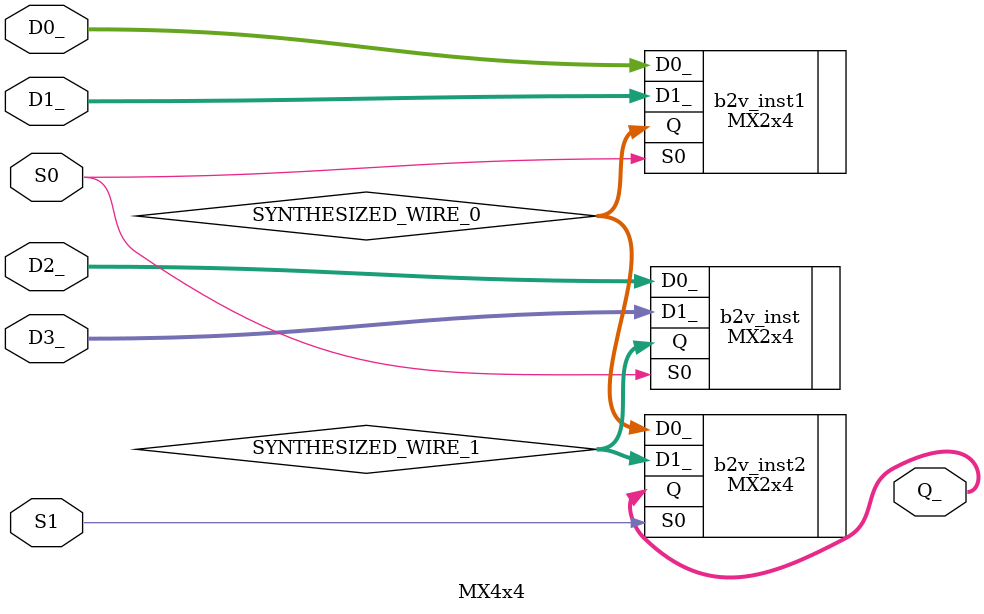
<source format=v>


module MX4x4(
	S1,
	S0,
	D0_,
	D1_,
	D2_,
	D3_,
	Q_
);


input wire	S1;
input wire	S0;
input wire	[3:0] D0_;
input wire	[3:0] D1_;
input wire	[3:0] D2_;
input wire	[3:0] D3_;
output wire	[3:0] Q_;

wire	[3:0] SYNTHESIZED_WIRE_0;
wire	[3:0] SYNTHESIZED_WIRE_1;





MX2x4	b2v_inst(
	.S0(S0),
	.D0_(D2_),
	.D1_(D3_),
	.Q(SYNTHESIZED_WIRE_1));


MX2x4	b2v_inst1(
	.S0(S0),
	.D0_(D0_),
	.D1_(D1_),
	.Q(SYNTHESIZED_WIRE_0));


MX2x4	b2v_inst2(
	.S0(S1),
	.D0_(SYNTHESIZED_WIRE_0),
	.D1_(SYNTHESIZED_WIRE_1),
	.Q(Q_));


endmodule

</source>
